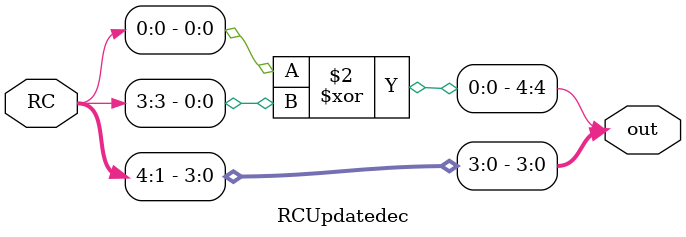
<source format=v>
module RCUpdatedec (input [4:0] RC,output reg [4:0] out);

always @(*)  begin

 out[4] = RC[0] ^ RC[3];
 out[3:0] = RC [4:1];

end
endmodule

</source>
